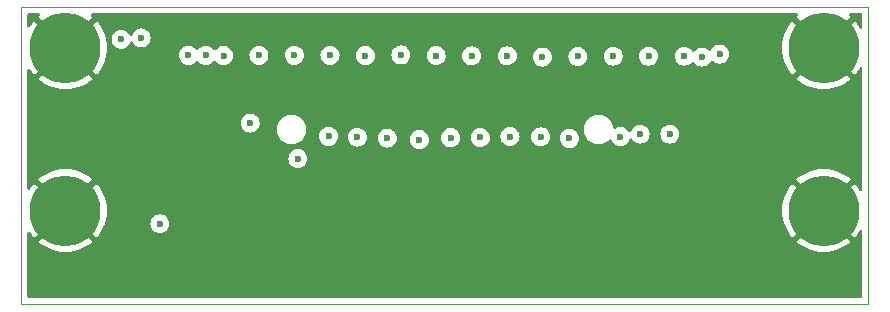
<source format=gbr>
G04 #@! TF.GenerationSoftware,KiCad,Pcbnew,8.0.4*
G04 #@! TF.CreationDate,2024-11-02T15:19:06-05:00*
G04 #@! TF.ProjectId,megaduck,6d656761-6475-4636-9b2e-6b696361645f,v1.0*
G04 #@! TF.SameCoordinates,Original*
G04 #@! TF.FileFunction,Copper,L3,Inr*
G04 #@! TF.FilePolarity,Positive*
%FSLAX46Y46*%
G04 Gerber Fmt 4.6, Leading zero omitted, Abs format (unit mm)*
G04 Created by KiCad (PCBNEW 8.0.4) date 2024-11-02 15:19:06*
%MOMM*%
%LPD*%
G01*
G04 APERTURE LIST*
G04 #@! TA.AperFunction,ComponentPad*
%ADD10C,0.800000*%
G04 #@! TD*
G04 #@! TA.AperFunction,ComponentPad*
%ADD11C,6.000000*%
G04 #@! TD*
G04 #@! TA.AperFunction,ViaPad*
%ADD12C,0.600000*%
G04 #@! TD*
G04 #@! TA.AperFunction,Profile*
%ADD13C,0.050000*%
G04 #@! TD*
G04 APERTURE END LIST*
D10*
G04 #@! TO.N,GND*
G04 #@! TO.C,H5*
X177901600Y-24910000D03*
X178560610Y-23319010D03*
X178560610Y-26500990D03*
X180151600Y-22660000D03*
D11*
X180151600Y-24910000D03*
D10*
X180151600Y-27160000D03*
X181742590Y-23319010D03*
X181742590Y-26500990D03*
X182401600Y-24910000D03*
G04 #@! TD*
G04 #@! TO.N,GND*
G04 #@! TO.C,H1*
X113710000Y-24910000D03*
X114369010Y-23319010D03*
X114369010Y-26500990D03*
X115960000Y-22660000D03*
D11*
X115960000Y-24910000D03*
D10*
X115960000Y-27160000D03*
X117550990Y-23319010D03*
X117550990Y-26500990D03*
X118210000Y-24910000D03*
G04 #@! TD*
G04 #@! TO.N,GND*
G04 #@! TO.C,H2*
X113710000Y-38690000D03*
X114369010Y-37099010D03*
X114369010Y-40280990D03*
X115960000Y-36440000D03*
D11*
X115960000Y-38690000D03*
D10*
X115960000Y-40940000D03*
X117550990Y-37099010D03*
X117550990Y-40280990D03*
X118210000Y-38690000D03*
G04 #@! TD*
G04 #@! TO.N,GND*
G04 #@! TO.C,H6*
X177901600Y-38690000D03*
X178560610Y-37099010D03*
X178560610Y-40280990D03*
X180151600Y-36440000D03*
D11*
X180151600Y-38690000D03*
D10*
X180151600Y-40940000D03*
X181742590Y-37099010D03*
X181742590Y-40280990D03*
X182401600Y-38690000D03*
G04 #@! TD*
D12*
G04 #@! TO.N,/A5*
X156346400Y-25686800D03*
G04 #@! TO.N,/PHI*
X169859200Y-25686800D03*
G04 #@! TO.N,/VCC*
X120670000Y-24180000D03*
G04 #@! TO.N,/~{RD}*
X167141400Y-32214600D03*
G04 #@! TO.N,/A8*
X153603200Y-32417800D03*
G04 #@! TO.N,/A4*
X158632400Y-32570200D03*
G04 #@! TO.N,/A12*
X148574000Y-32519400D03*
G04 #@! TO.N,/VIN+*
X123961400Y-39809200D03*
G04 #@! TO.N,/A7*
X153374600Y-25585200D03*
G04 #@! TO.N,/A2*
X162950400Y-32417800D03*
G04 #@! TO.N,Net-(J3-VIN)*
X126374400Y-25534400D03*
G04 #@! TO.N,/VCC*
X171350400Y-25432800D03*
G04 #@! TO.N,/A11*
X147354800Y-25559800D03*
G04 #@! TO.N,/VIN+*
X131606800Y-31274800D03*
G04 #@! TO.N,/A6*
X156194000Y-32443200D03*
G04 #@! TO.N,/A15*
X141360400Y-25559800D03*
G04 #@! TO.N,GND*
X119389400Y-27185400D03*
X135924800Y-41663400D03*
G04 #@! TO.N,/D0*
X143214600Y-32544800D03*
G04 #@! TO.N,/A9*
X150352000Y-25585200D03*
G04 #@! TO.N,/D1*
X138363200Y-25534400D03*
G04 #@! TO.N,/~{WR}*
X168360600Y-25610600D03*
G04 #@! TO.N,GND*
X176793400Y-44965400D03*
G04 #@! TO.N,/A10*
X151088600Y-32494000D03*
G04 #@! TO.N,/D4*
X138236200Y-32392400D03*
G04 #@! TO.N,/D5*
X132350400Y-25534400D03*
G04 #@! TO.N,GND*
X176069800Y-23121400D03*
G04 #@! TO.N,/~{RES}*
X127847600Y-25534400D03*
G04 #@! TO.N,/D7*
X129346200Y-25559800D03*
G04 #@! TO.N,/D6*
X135645400Y-34297400D03*
G04 #@! TO.N,GND*
X126530000Y-31660000D03*
G04 #@! TO.N,/~{CS}*
X165338000Y-25610600D03*
G04 #@! TO.N,GND*
X119389400Y-44965400D03*
X126526800Y-36380200D03*
G04 #@! TO.N,/A1*
X162340800Y-25610600D03*
G04 #@! TO.N,GND*
X176793400Y-27185400D03*
G04 #@! TO.N,/A3*
X159343600Y-25636000D03*
G04 #@! TO.N,GND*
X161959800Y-41663400D03*
G04 #@! TO.N,/A0*
X164626800Y-32214600D03*
G04 #@! TO.N,/D2*
X140674600Y-32468600D03*
G04 #@! TO.N,/D3*
X135340600Y-25534400D03*
G04 #@! TO.N,GND*
X124843000Y-25534400D03*
G04 #@! TO.N,/~{RES}*
X122380000Y-24070000D03*
G04 #@! TO.N,/A13*
X144357600Y-25509000D03*
G04 #@! TO.N,/A14*
X145932400Y-32671800D03*
G04 #@! TD*
G04 #@! TA.AperFunction,Conductor*
G04 #@! TO.N,GND*
G36*
X177936404Y-21990585D02*
G01*
X177982159Y-22043389D01*
X177992103Y-22112547D01*
X177963078Y-22176103D01*
X177947400Y-22191266D01*
X177858449Y-22263296D01*
X177858449Y-22263297D01*
X179282493Y-23687341D01*
X179174416Y-23765864D01*
X179007464Y-23932816D01*
X178928941Y-24040893D01*
X177504897Y-22616849D01*
X177504896Y-22616849D01*
X177316157Y-22849924D01*
X177116354Y-23157594D01*
X176949804Y-23484464D01*
X176818336Y-23826948D01*
X176723384Y-24181313D01*
X176723384Y-24181315D01*
X176665997Y-24543646D01*
X176646797Y-24909999D01*
X176646797Y-24910000D01*
X176665997Y-25276353D01*
X176723384Y-25638684D01*
X176723384Y-25638686D01*
X176818336Y-25993051D01*
X176949804Y-26335535D01*
X177116354Y-26662406D01*
X177316153Y-26970070D01*
X177504897Y-27203148D01*
X178928940Y-25779105D01*
X179007464Y-25887184D01*
X179174416Y-26054136D01*
X179282493Y-26132658D01*
X177858450Y-27556701D01*
X178091529Y-27745446D01*
X178399193Y-27945245D01*
X178726064Y-28111795D01*
X179068548Y-28243263D01*
X179422914Y-28338215D01*
X179785246Y-28395602D01*
X180151599Y-28414803D01*
X180151601Y-28414803D01*
X180517953Y-28395602D01*
X180880284Y-28338215D01*
X180880286Y-28338215D01*
X181234651Y-28243263D01*
X181577135Y-28111795D01*
X181904006Y-27945245D01*
X182211664Y-27745450D01*
X182444748Y-27556701D01*
X181020706Y-26132659D01*
X181128784Y-26054136D01*
X181295736Y-25887184D01*
X181374259Y-25779106D01*
X182798301Y-27203148D01*
X182987050Y-26970064D01*
X183186847Y-26662404D01*
X183186848Y-26662401D01*
X183211815Y-26613402D01*
X183259789Y-26562605D01*
X183327610Y-26545810D01*
X183393745Y-26568347D01*
X183437197Y-26623062D01*
X183446300Y-26669696D01*
X183446300Y-36930304D01*
X183426615Y-36997343D01*
X183373811Y-37043098D01*
X183304653Y-37053042D01*
X183241097Y-37024017D01*
X183211815Y-36986599D01*
X183186845Y-36937594D01*
X182987046Y-36629929D01*
X182798301Y-36396850D01*
X181374258Y-37820893D01*
X181295736Y-37712816D01*
X181128784Y-37545864D01*
X181020706Y-37467340D01*
X182444749Y-36043297D01*
X182211670Y-35854553D01*
X181904006Y-35654754D01*
X181577135Y-35488204D01*
X181234651Y-35356736D01*
X180880285Y-35261784D01*
X180517953Y-35204397D01*
X180151601Y-35185197D01*
X180151599Y-35185197D01*
X179785246Y-35204397D01*
X179422915Y-35261784D01*
X179422913Y-35261784D01*
X179068548Y-35356736D01*
X178726064Y-35488204D01*
X178399194Y-35654754D01*
X178091524Y-35854557D01*
X177858449Y-36043296D01*
X177858449Y-36043297D01*
X179282493Y-37467341D01*
X179174416Y-37545864D01*
X179007464Y-37712816D01*
X178928941Y-37820893D01*
X177504897Y-36396849D01*
X177504896Y-36396849D01*
X177316157Y-36629924D01*
X177116354Y-36937594D01*
X176949804Y-37264464D01*
X176818336Y-37606948D01*
X176723384Y-37961313D01*
X176723384Y-37961315D01*
X176665997Y-38323646D01*
X176646797Y-38689999D01*
X176646797Y-38690000D01*
X176665997Y-39056353D01*
X176723384Y-39418684D01*
X176723384Y-39418686D01*
X176818336Y-39773051D01*
X176949804Y-40115535D01*
X177116354Y-40442406D01*
X177316153Y-40750070D01*
X177504897Y-40983148D01*
X178928940Y-39559105D01*
X179007464Y-39667184D01*
X179174416Y-39834136D01*
X179282493Y-39912658D01*
X177858450Y-41336701D01*
X178091529Y-41525446D01*
X178399193Y-41725245D01*
X178726064Y-41891795D01*
X179068548Y-42023263D01*
X179422914Y-42118215D01*
X179785246Y-42175602D01*
X180151599Y-42194803D01*
X180151601Y-42194803D01*
X180517953Y-42175602D01*
X180880284Y-42118215D01*
X180880286Y-42118215D01*
X181234651Y-42023263D01*
X181577135Y-41891795D01*
X181904006Y-41725245D01*
X182211664Y-41525450D01*
X182444748Y-41336701D01*
X181020706Y-39912659D01*
X181128784Y-39834136D01*
X181295736Y-39667184D01*
X181374259Y-39559106D01*
X182798301Y-40983148D01*
X182987050Y-40750064D01*
X183186847Y-40442404D01*
X183186848Y-40442401D01*
X183211815Y-40393402D01*
X183259789Y-40342605D01*
X183327610Y-40325810D01*
X183393745Y-40348347D01*
X183437197Y-40403062D01*
X183446300Y-40449696D01*
X183446300Y-45991900D01*
X183426615Y-46058939D01*
X183373811Y-46104694D01*
X183322300Y-46115900D01*
X112867100Y-46115900D01*
X112800061Y-46096215D01*
X112754306Y-46043411D01*
X112743100Y-45991900D01*
X112743100Y-40581299D01*
X112762785Y-40514260D01*
X112815589Y-40468505D01*
X112884747Y-40458561D01*
X112948303Y-40487586D01*
X112971095Y-40513764D01*
X113124553Y-40750070D01*
X113313297Y-40983148D01*
X114737340Y-39559105D01*
X114815864Y-39667184D01*
X114982816Y-39834136D01*
X115090893Y-39912658D01*
X113666850Y-41336701D01*
X113899929Y-41525446D01*
X114207593Y-41725245D01*
X114534464Y-41891795D01*
X114876948Y-42023263D01*
X115231314Y-42118215D01*
X115593646Y-42175602D01*
X115959999Y-42194803D01*
X115960001Y-42194803D01*
X116326353Y-42175602D01*
X116688684Y-42118215D01*
X116688686Y-42118215D01*
X117043051Y-42023263D01*
X117385535Y-41891795D01*
X117712406Y-41725245D01*
X118020064Y-41525450D01*
X118253148Y-41336701D01*
X116829106Y-39912659D01*
X116937184Y-39834136D01*
X117104136Y-39667184D01*
X117182659Y-39559106D01*
X118606701Y-40983148D01*
X118795450Y-40750064D01*
X118995245Y-40442406D01*
X119161795Y-40115535D01*
X119279388Y-39809196D01*
X123155835Y-39809196D01*
X123155835Y-39809203D01*
X123176030Y-39988449D01*
X123176031Y-39988454D01*
X123235611Y-40158723D01*
X123255264Y-40190000D01*
X123331584Y-40311462D01*
X123459138Y-40439016D01*
X123536437Y-40487586D01*
X123578098Y-40513764D01*
X123611878Y-40534989D01*
X123782145Y-40594568D01*
X123782150Y-40594569D01*
X123961396Y-40614765D01*
X123961400Y-40614765D01*
X123961404Y-40614765D01*
X124140649Y-40594569D01*
X124140652Y-40594568D01*
X124140655Y-40594568D01*
X124310922Y-40534989D01*
X124463662Y-40439016D01*
X124591216Y-40311462D01*
X124687189Y-40158722D01*
X124746768Y-39988455D01*
X124748519Y-39972915D01*
X124766965Y-39809203D01*
X124766965Y-39809196D01*
X124746769Y-39629950D01*
X124746768Y-39629945D01*
X124687188Y-39459676D01*
X124591215Y-39306937D01*
X124463662Y-39179384D01*
X124310923Y-39083411D01*
X124140654Y-39023831D01*
X124140649Y-39023830D01*
X123961404Y-39003635D01*
X123961396Y-39003635D01*
X123782150Y-39023830D01*
X123782145Y-39023831D01*
X123611876Y-39083411D01*
X123459137Y-39179384D01*
X123331584Y-39306937D01*
X123235611Y-39459676D01*
X123176031Y-39629945D01*
X123176030Y-39629950D01*
X123155835Y-39809196D01*
X119279388Y-39809196D01*
X119293263Y-39773051D01*
X119388215Y-39418686D01*
X119388215Y-39418684D01*
X119445602Y-39056353D01*
X119464803Y-38690000D01*
X119464803Y-38689999D01*
X119445602Y-38323646D01*
X119388215Y-37961315D01*
X119388215Y-37961313D01*
X119293263Y-37606948D01*
X119161795Y-37264464D01*
X118995245Y-36937594D01*
X118795446Y-36629929D01*
X118606701Y-36396850D01*
X117182658Y-37820893D01*
X117104136Y-37712816D01*
X116937184Y-37545864D01*
X116829106Y-37467340D01*
X118253149Y-36043297D01*
X118020070Y-35854553D01*
X117712406Y-35654754D01*
X117385535Y-35488204D01*
X117043051Y-35356736D01*
X116688685Y-35261784D01*
X116326353Y-35204397D01*
X115960001Y-35185197D01*
X115959999Y-35185197D01*
X115593646Y-35204397D01*
X115231315Y-35261784D01*
X115231313Y-35261784D01*
X114876948Y-35356736D01*
X114534464Y-35488204D01*
X114207594Y-35654754D01*
X113899924Y-35854557D01*
X113666849Y-36043296D01*
X113666849Y-36043297D01*
X115090893Y-37467341D01*
X114982816Y-37545864D01*
X114815864Y-37712816D01*
X114737341Y-37820893D01*
X113313297Y-36396849D01*
X113313296Y-36396849D01*
X113124557Y-36629924D01*
X112971095Y-36866235D01*
X112918074Y-36911738D01*
X112848869Y-36921352D01*
X112785452Y-36892025D01*
X112747958Y-36833068D01*
X112743100Y-36798700D01*
X112743100Y-34297396D01*
X134839835Y-34297396D01*
X134839835Y-34297403D01*
X134860030Y-34476649D01*
X134860031Y-34476654D01*
X134919611Y-34646923D01*
X135015584Y-34799662D01*
X135143138Y-34927216D01*
X135295878Y-35023189D01*
X135466145Y-35082768D01*
X135466150Y-35082769D01*
X135645396Y-35102965D01*
X135645400Y-35102965D01*
X135645404Y-35102965D01*
X135824649Y-35082769D01*
X135824652Y-35082768D01*
X135824655Y-35082768D01*
X135994922Y-35023189D01*
X136147662Y-34927216D01*
X136275216Y-34799662D01*
X136371189Y-34646922D01*
X136430768Y-34476655D01*
X136450965Y-34297400D01*
X136430768Y-34118145D01*
X136371189Y-33947878D01*
X136275216Y-33795138D01*
X136147662Y-33667584D01*
X135994923Y-33571611D01*
X135824654Y-33512031D01*
X135824649Y-33512030D01*
X135645404Y-33491835D01*
X135645396Y-33491835D01*
X135466150Y-33512030D01*
X135466145Y-33512031D01*
X135295876Y-33571611D01*
X135143137Y-33667584D01*
X135015584Y-33795137D01*
X134919611Y-33947876D01*
X134860031Y-34118145D01*
X134860030Y-34118150D01*
X134839835Y-34297396D01*
X112743100Y-34297396D01*
X112743100Y-31274796D01*
X130801235Y-31274796D01*
X130801235Y-31274803D01*
X130821430Y-31454049D01*
X130821431Y-31454054D01*
X130881011Y-31624323D01*
X130936315Y-31712338D01*
X130976984Y-31777062D01*
X131104538Y-31904616D01*
X131162344Y-31940938D01*
X131243191Y-31991738D01*
X131257278Y-32000589D01*
X131378133Y-32042878D01*
X131427545Y-32060168D01*
X131427550Y-32060169D01*
X131606796Y-32080365D01*
X131606800Y-32080365D01*
X131606804Y-32080365D01*
X131786049Y-32060169D01*
X131786052Y-32060168D01*
X131786055Y-32060168D01*
X131956322Y-32000589D01*
X132109062Y-31904616D01*
X132236616Y-31777062D01*
X132281533Y-31705577D01*
X133849900Y-31705577D01*
X133849900Y-31902422D01*
X133880690Y-32096826D01*
X133941517Y-32284029D01*
X134009675Y-32417796D01*
X134030876Y-32459405D01*
X134146572Y-32618646D01*
X134285754Y-32757828D01*
X134444995Y-32873524D01*
X134485814Y-32894322D01*
X134620370Y-32962882D01*
X134620372Y-32962882D01*
X134620375Y-32962884D01*
X134644929Y-32970862D01*
X134807573Y-33023709D01*
X135001978Y-33054500D01*
X135001983Y-33054500D01*
X135198822Y-33054500D01*
X135393226Y-33023709D01*
X135404133Y-33020165D01*
X135580425Y-32962884D01*
X135755805Y-32873524D01*
X135915046Y-32757828D01*
X136054228Y-32618646D01*
X136169924Y-32459405D01*
X136204067Y-32392396D01*
X137430635Y-32392396D01*
X137430635Y-32392403D01*
X137450830Y-32571649D01*
X137450831Y-32571654D01*
X137510411Y-32741923D01*
X137574812Y-32844416D01*
X137606384Y-32894662D01*
X137733938Y-33022216D01*
X137886678Y-33118189D01*
X137975348Y-33149216D01*
X138056945Y-33177768D01*
X138056950Y-33177769D01*
X138236196Y-33197965D01*
X138236200Y-33197965D01*
X138236204Y-33197965D01*
X138415449Y-33177769D01*
X138415452Y-33177768D01*
X138415455Y-33177768D01*
X138585722Y-33118189D01*
X138738462Y-33022216D01*
X138866016Y-32894662D01*
X138961989Y-32741922D01*
X139021568Y-32571655D01*
X139021732Y-32570200D01*
X139033180Y-32468596D01*
X139869035Y-32468596D01*
X139869035Y-32468603D01*
X139889230Y-32647849D01*
X139889231Y-32647854D01*
X139948811Y-32818123D01*
X140028824Y-32945462D01*
X140044784Y-32970862D01*
X140172338Y-33098416D01*
X140212762Y-33123816D01*
X140284652Y-33168988D01*
X140325078Y-33194389D01*
X140407887Y-33223365D01*
X140495345Y-33253968D01*
X140495350Y-33253969D01*
X140674596Y-33274165D01*
X140674600Y-33274165D01*
X140674604Y-33274165D01*
X140853849Y-33253969D01*
X140853852Y-33253968D01*
X140853855Y-33253968D01*
X141024122Y-33194389D01*
X141176862Y-33098416D01*
X141304416Y-32970862D01*
X141400389Y-32818122D01*
X141459968Y-32647855D01*
X141461188Y-32637026D01*
X141471580Y-32544796D01*
X142409035Y-32544796D01*
X142409035Y-32544803D01*
X142429230Y-32724049D01*
X142429231Y-32724054D01*
X142488811Y-32894323D01*
X142569172Y-33022216D01*
X142584784Y-33047062D01*
X142712338Y-33174616D01*
X142752762Y-33200016D01*
X142824652Y-33245188D01*
X142865078Y-33270589D01*
X142953748Y-33301616D01*
X143035345Y-33330168D01*
X143035350Y-33330169D01*
X143214596Y-33350365D01*
X143214600Y-33350365D01*
X143214604Y-33350365D01*
X143393849Y-33330169D01*
X143393852Y-33330168D01*
X143393855Y-33330168D01*
X143564122Y-33270589D01*
X143716862Y-33174616D01*
X143844416Y-33047062D01*
X143940389Y-32894322D01*
X143999968Y-32724055D01*
X143999969Y-32724049D01*
X144005856Y-32671796D01*
X145126835Y-32671796D01*
X145126835Y-32671803D01*
X145147030Y-32851049D01*
X145147031Y-32851054D01*
X145206611Y-33021323D01*
X145286972Y-33149216D01*
X145302584Y-33174062D01*
X145430138Y-33301616D01*
X145582878Y-33397589D01*
X145753145Y-33457168D01*
X145753150Y-33457169D01*
X145932396Y-33477365D01*
X145932400Y-33477365D01*
X145932404Y-33477365D01*
X146111649Y-33457169D01*
X146111652Y-33457168D01*
X146111655Y-33457168D01*
X146281922Y-33397589D01*
X146434662Y-33301616D01*
X146562216Y-33174062D01*
X146658189Y-33021322D01*
X146717768Y-32851055D01*
X146721479Y-32818122D01*
X146737965Y-32671803D01*
X146737965Y-32671796D01*
X146720794Y-32519396D01*
X147768435Y-32519396D01*
X147768435Y-32519403D01*
X147788630Y-32698649D01*
X147788631Y-32698654D01*
X147848211Y-32868923D01*
X147896304Y-32945462D01*
X147944184Y-33021662D01*
X148071738Y-33149216D01*
X148112162Y-33174616D01*
X148184052Y-33219788D01*
X148224478Y-33245189D01*
X148307287Y-33274165D01*
X148394745Y-33304768D01*
X148394750Y-33304769D01*
X148573996Y-33324965D01*
X148574000Y-33324965D01*
X148574004Y-33324965D01*
X148753249Y-33304769D01*
X148753252Y-33304768D01*
X148753255Y-33304768D01*
X148923522Y-33245189D01*
X149076262Y-33149216D01*
X149203816Y-33021662D01*
X149299789Y-32868922D01*
X149359368Y-32698655D01*
X149362231Y-32673249D01*
X149379565Y-32519403D01*
X149379565Y-32519396D01*
X149376703Y-32493996D01*
X150283035Y-32493996D01*
X150283035Y-32494003D01*
X150303230Y-32673249D01*
X150303231Y-32673254D01*
X150362811Y-32843523D01*
X150426864Y-32945462D01*
X150458784Y-32996262D01*
X150586338Y-33123816D01*
X150626762Y-33149216D01*
X150698652Y-33194388D01*
X150739078Y-33219789D01*
X150821887Y-33248765D01*
X150909345Y-33279368D01*
X150909350Y-33279369D01*
X151088596Y-33299565D01*
X151088600Y-33299565D01*
X151088604Y-33299565D01*
X151267849Y-33279369D01*
X151267852Y-33279368D01*
X151267855Y-33279368D01*
X151438122Y-33219789D01*
X151590862Y-33123816D01*
X151718416Y-32996262D01*
X151814389Y-32843522D01*
X151873968Y-32673255D01*
X151874132Y-32671800D01*
X151894165Y-32494003D01*
X151894165Y-32493996D01*
X151885579Y-32417796D01*
X152797635Y-32417796D01*
X152797635Y-32417803D01*
X152817830Y-32597049D01*
X152817831Y-32597054D01*
X152877411Y-32767323D01*
X152944142Y-32873524D01*
X152973384Y-32920062D01*
X153100938Y-33047616D01*
X153141362Y-33073016D01*
X153213252Y-33118188D01*
X153253678Y-33143589D01*
X153342348Y-33174616D01*
X153423945Y-33203168D01*
X153423950Y-33203169D01*
X153603196Y-33223365D01*
X153603200Y-33223365D01*
X153603204Y-33223365D01*
X153782449Y-33203169D01*
X153782452Y-33203168D01*
X153782455Y-33203168D01*
X153952722Y-33143589D01*
X154105462Y-33047616D01*
X154233016Y-32920062D01*
X154328989Y-32767322D01*
X154388568Y-32597055D01*
X154391431Y-32571649D01*
X154405904Y-32443196D01*
X155388435Y-32443196D01*
X155388435Y-32443203D01*
X155408630Y-32622449D01*
X155408631Y-32622454D01*
X155468211Y-32792723D01*
X155532051Y-32894323D01*
X155564184Y-32945462D01*
X155691738Y-33073016D01*
X155732162Y-33098416D01*
X155804052Y-33143588D01*
X155844478Y-33168989D01*
X155933148Y-33200016D01*
X156014745Y-33228568D01*
X156014750Y-33228569D01*
X156193996Y-33248765D01*
X156194000Y-33248765D01*
X156194004Y-33248765D01*
X156373249Y-33228569D01*
X156373252Y-33228568D01*
X156373255Y-33228568D01*
X156543522Y-33168989D01*
X156696262Y-33073016D01*
X156823816Y-32945462D01*
X156919789Y-32792722D01*
X156979368Y-32622455D01*
X156985092Y-32571654D01*
X156985256Y-32570196D01*
X157826835Y-32570196D01*
X157826835Y-32570203D01*
X157847030Y-32749449D01*
X157847031Y-32749454D01*
X157906611Y-32919723D01*
X157986972Y-33047616D01*
X158002584Y-33072462D01*
X158130138Y-33200016D01*
X158161605Y-33219788D01*
X158242452Y-33270588D01*
X158282878Y-33295989D01*
X158365687Y-33324965D01*
X158453145Y-33355568D01*
X158453150Y-33355569D01*
X158632396Y-33375765D01*
X158632400Y-33375765D01*
X158632404Y-33375765D01*
X158811649Y-33355569D01*
X158811652Y-33355568D01*
X158811655Y-33355568D01*
X158981922Y-33295989D01*
X159134662Y-33200016D01*
X159262216Y-33072462D01*
X159358189Y-32919722D01*
X159417768Y-32749455D01*
X159420631Y-32724049D01*
X159437965Y-32570203D01*
X159437965Y-32570196D01*
X159417769Y-32390950D01*
X159417768Y-32390945D01*
X159382218Y-32289350D01*
X159358189Y-32220678D01*
X159354367Y-32214596D01*
X159294348Y-32119076D01*
X159262216Y-32067938D01*
X159134662Y-31940384D01*
X159095120Y-31915538D01*
X158981923Y-31844411D01*
X158811654Y-31784831D01*
X158811649Y-31784830D01*
X158632404Y-31764635D01*
X158632396Y-31764635D01*
X158453150Y-31784830D01*
X158453145Y-31784831D01*
X158282876Y-31844411D01*
X158130137Y-31940384D01*
X158002584Y-32067937D01*
X157906611Y-32220676D01*
X157847031Y-32390945D01*
X157847030Y-32390950D01*
X157826835Y-32570196D01*
X156985256Y-32570196D01*
X156999565Y-32443203D01*
X156999565Y-32443196D01*
X156979369Y-32263950D01*
X156979368Y-32263945D01*
X156964228Y-32220678D01*
X156919789Y-32093678D01*
X156903615Y-32067938D01*
X156861297Y-32000589D01*
X156823816Y-31940938D01*
X156696262Y-31813384D01*
X156543523Y-31717411D01*
X156509704Y-31705577D01*
X159849900Y-31705577D01*
X159849900Y-31902422D01*
X159880690Y-32096826D01*
X159941517Y-32284029D01*
X160009675Y-32417796D01*
X160030876Y-32459405D01*
X160146572Y-32618646D01*
X160285754Y-32757828D01*
X160444995Y-32873524D01*
X160485814Y-32894322D01*
X160620370Y-32962882D01*
X160620372Y-32962882D01*
X160620375Y-32962884D01*
X160644929Y-32970862D01*
X160807573Y-33023709D01*
X161001978Y-33054500D01*
X161001983Y-33054500D01*
X161198822Y-33054500D01*
X161393226Y-33023709D01*
X161404133Y-33020165D01*
X161580425Y-32962884D01*
X161755805Y-32873524D01*
X161915046Y-32757828D01*
X162002365Y-32670508D01*
X162063684Y-32637026D01*
X162133376Y-32642010D01*
X162189310Y-32683881D01*
X162207084Y-32717236D01*
X162224609Y-32767320D01*
X162291342Y-32873524D01*
X162320584Y-32920062D01*
X162448138Y-33047616D01*
X162488562Y-33073016D01*
X162560452Y-33118188D01*
X162600878Y-33143589D01*
X162689548Y-33174616D01*
X162771145Y-33203168D01*
X162771150Y-33203169D01*
X162950396Y-33223365D01*
X162950400Y-33223365D01*
X162950404Y-33223365D01*
X163129649Y-33203169D01*
X163129652Y-33203168D01*
X163129655Y-33203168D01*
X163299922Y-33143589D01*
X163452662Y-33047616D01*
X163580216Y-32920062D01*
X163676189Y-32767322D01*
X163717233Y-32650024D01*
X163757953Y-32593250D01*
X163822906Y-32567502D01*
X163891468Y-32580958D01*
X163939268Y-32625008D01*
X163969580Y-32673249D01*
X163996984Y-32716862D01*
X164124538Y-32844416D01*
X164204504Y-32894662D01*
X164244386Y-32919722D01*
X164277278Y-32940389D01*
X164364365Y-32970862D01*
X164447545Y-32999968D01*
X164447550Y-32999969D01*
X164626796Y-33020165D01*
X164626800Y-33020165D01*
X164626804Y-33020165D01*
X164806049Y-32999969D01*
X164806052Y-32999968D01*
X164806055Y-32999968D01*
X164976322Y-32940389D01*
X165129062Y-32844416D01*
X165256616Y-32716862D01*
X165352589Y-32564122D01*
X165412168Y-32393855D01*
X165412332Y-32392400D01*
X165432365Y-32214603D01*
X165432365Y-32214596D01*
X166335835Y-32214596D01*
X166335835Y-32214603D01*
X166356030Y-32393849D01*
X166356031Y-32393854D01*
X166415611Y-32564123D01*
X166484180Y-32673249D01*
X166511584Y-32716862D01*
X166639138Y-32844416D01*
X166719104Y-32894662D01*
X166758986Y-32919722D01*
X166791878Y-32940389D01*
X166878965Y-32970862D01*
X166962145Y-32999968D01*
X166962150Y-32999969D01*
X167141396Y-33020165D01*
X167141400Y-33020165D01*
X167141404Y-33020165D01*
X167320649Y-32999969D01*
X167320652Y-32999968D01*
X167320655Y-32999968D01*
X167490922Y-32940389D01*
X167643662Y-32844416D01*
X167771216Y-32716862D01*
X167867189Y-32564122D01*
X167926768Y-32393855D01*
X167926932Y-32392400D01*
X167946965Y-32214603D01*
X167946965Y-32214596D01*
X167926769Y-32035350D01*
X167926768Y-32035345D01*
X167895509Y-31946011D01*
X167867189Y-31865078D01*
X167866627Y-31864184D01*
X167800807Y-31759432D01*
X167771216Y-31712338D01*
X167643662Y-31584784D01*
X167490923Y-31488811D01*
X167320654Y-31429231D01*
X167320649Y-31429230D01*
X167141404Y-31409035D01*
X167141396Y-31409035D01*
X166962150Y-31429230D01*
X166962145Y-31429231D01*
X166791876Y-31488811D01*
X166639137Y-31584784D01*
X166511584Y-31712337D01*
X166415611Y-31865076D01*
X166356031Y-32035345D01*
X166356030Y-32035350D01*
X166335835Y-32214596D01*
X165432365Y-32214596D01*
X165412169Y-32035350D01*
X165412168Y-32035345D01*
X165380909Y-31946011D01*
X165352589Y-31865078D01*
X165352027Y-31864184D01*
X165286207Y-31759432D01*
X165256616Y-31712338D01*
X165129062Y-31584784D01*
X164976323Y-31488811D01*
X164806054Y-31429231D01*
X164806049Y-31429230D01*
X164626804Y-31409035D01*
X164626796Y-31409035D01*
X164447550Y-31429230D01*
X164447545Y-31429231D01*
X164277276Y-31488811D01*
X164124537Y-31584784D01*
X163996984Y-31712337D01*
X163901009Y-31865080D01*
X163859966Y-31982374D01*
X163819245Y-32039150D01*
X163754292Y-32064897D01*
X163685730Y-32051441D01*
X163637931Y-32007391D01*
X163633657Y-32000589D01*
X163580216Y-31915538D01*
X163452662Y-31787984D01*
X163435280Y-31777062D01*
X163299923Y-31692011D01*
X163129654Y-31632431D01*
X163129649Y-31632430D01*
X162950404Y-31612235D01*
X162950396Y-31612235D01*
X162771150Y-31632430D01*
X162771145Y-31632431D01*
X162600876Y-31692011D01*
X162530630Y-31736150D01*
X162463393Y-31755150D01*
X162396558Y-31734782D01*
X162351344Y-31681514D01*
X162342185Y-31650554D01*
X162320109Y-31511173D01*
X162259282Y-31323970D01*
X162169923Y-31148594D01*
X162131384Y-31095550D01*
X162054228Y-30989354D01*
X161915046Y-30850172D01*
X161755805Y-30734476D01*
X161580429Y-30645117D01*
X161393226Y-30584290D01*
X161198822Y-30553500D01*
X161198817Y-30553500D01*
X161001983Y-30553500D01*
X161001978Y-30553500D01*
X160807573Y-30584290D01*
X160620370Y-30645117D01*
X160444994Y-30734476D01*
X160392607Y-30772538D01*
X160285754Y-30850172D01*
X160285752Y-30850174D01*
X160285751Y-30850174D01*
X160146574Y-30989351D01*
X160146574Y-30989352D01*
X160146572Y-30989354D01*
X160096885Y-31057741D01*
X160030876Y-31148594D01*
X159941517Y-31323970D01*
X159880690Y-31511173D01*
X159849900Y-31705577D01*
X156509704Y-31705577D01*
X156373254Y-31657831D01*
X156373249Y-31657830D01*
X156194004Y-31637635D01*
X156193996Y-31637635D01*
X156014750Y-31657830D01*
X156014745Y-31657831D01*
X155844476Y-31717411D01*
X155691737Y-31813384D01*
X155564184Y-31940937D01*
X155468211Y-32093676D01*
X155408631Y-32263945D01*
X155408630Y-32263950D01*
X155388435Y-32443196D01*
X154405904Y-32443196D01*
X154408765Y-32417803D01*
X154408765Y-32417796D01*
X154388569Y-32238550D01*
X154388568Y-32238545D01*
X154373428Y-32195278D01*
X154328989Y-32068278D01*
X154328775Y-32067938D01*
X154286457Y-32000589D01*
X154233016Y-31915538D01*
X154105462Y-31787984D01*
X154088080Y-31777062D01*
X153952723Y-31692011D01*
X153782454Y-31632431D01*
X153782449Y-31632430D01*
X153603204Y-31612235D01*
X153603196Y-31612235D01*
X153423950Y-31632430D01*
X153423945Y-31632431D01*
X153253676Y-31692011D01*
X153100937Y-31787984D01*
X152973384Y-31915537D01*
X152877411Y-32068276D01*
X152817831Y-32238545D01*
X152817830Y-32238550D01*
X152797635Y-32417796D01*
X151885579Y-32417796D01*
X151873969Y-32314750D01*
X151873968Y-32314745D01*
X151847304Y-32238545D01*
X151814389Y-32144478D01*
X151718416Y-31991738D01*
X151590862Y-31864184D01*
X151438123Y-31768211D01*
X151267854Y-31708631D01*
X151267849Y-31708630D01*
X151088604Y-31688435D01*
X151088596Y-31688435D01*
X150909350Y-31708630D01*
X150909345Y-31708631D01*
X150739076Y-31768211D01*
X150586337Y-31864184D01*
X150458784Y-31991737D01*
X150362811Y-32144476D01*
X150303231Y-32314745D01*
X150303230Y-32314750D01*
X150283035Y-32493996D01*
X149376703Y-32493996D01*
X149359369Y-32340150D01*
X149359368Y-32340145D01*
X149323818Y-32238550D01*
X149299789Y-32169878D01*
X149299575Y-32169538D01*
X149230854Y-32060169D01*
X149203816Y-32017138D01*
X149076262Y-31889584D01*
X149069320Y-31885222D01*
X148923523Y-31793611D01*
X148753254Y-31734031D01*
X148753249Y-31734030D01*
X148574004Y-31713835D01*
X148573996Y-31713835D01*
X148394750Y-31734030D01*
X148394745Y-31734031D01*
X148224476Y-31793611D01*
X148071737Y-31889584D01*
X147944184Y-32017137D01*
X147848211Y-32169876D01*
X147788631Y-32340145D01*
X147788630Y-32340150D01*
X147768435Y-32519396D01*
X146720794Y-32519396D01*
X146717769Y-32492550D01*
X146717768Y-32492545D01*
X146691615Y-32417803D01*
X146658189Y-32322278D01*
X146562216Y-32169538D01*
X146434662Y-32041984D01*
X146395120Y-32017138D01*
X146281923Y-31946011D01*
X146111654Y-31886431D01*
X146111649Y-31886430D01*
X145932404Y-31866235D01*
X145932396Y-31866235D01*
X145753150Y-31886430D01*
X145753145Y-31886431D01*
X145582876Y-31946011D01*
X145430137Y-32041984D01*
X145302584Y-32169537D01*
X145206611Y-32322276D01*
X145147031Y-32492545D01*
X145147030Y-32492550D01*
X145126835Y-32671796D01*
X144005856Y-32671796D01*
X144020165Y-32544803D01*
X144020165Y-32544796D01*
X143999969Y-32365550D01*
X143999968Y-32365545D01*
X143984828Y-32322278D01*
X143940389Y-32195278D01*
X143924215Y-32169538D01*
X143868184Y-32080365D01*
X143844416Y-32042538D01*
X143716862Y-31914984D01*
X143564123Y-31819011D01*
X143393854Y-31759431D01*
X143393849Y-31759430D01*
X143214604Y-31739235D01*
X143214596Y-31739235D01*
X143035350Y-31759430D01*
X143035345Y-31759431D01*
X142865076Y-31819011D01*
X142712337Y-31914984D01*
X142584784Y-32042537D01*
X142488811Y-32195276D01*
X142429231Y-32365545D01*
X142429230Y-32365550D01*
X142409035Y-32544796D01*
X141471580Y-32544796D01*
X141480165Y-32468603D01*
X141480165Y-32468596D01*
X141459969Y-32289350D01*
X141459968Y-32289345D01*
X141433815Y-32214603D01*
X141400389Y-32119078D01*
X141304416Y-31966338D01*
X141176862Y-31838784D01*
X141024123Y-31742811D01*
X140853854Y-31683231D01*
X140853849Y-31683230D01*
X140674604Y-31663035D01*
X140674596Y-31663035D01*
X140495350Y-31683230D01*
X140495345Y-31683231D01*
X140325076Y-31742811D01*
X140172337Y-31838784D01*
X140044784Y-31966337D01*
X139948811Y-32119076D01*
X139889231Y-32289345D01*
X139889230Y-32289350D01*
X139869035Y-32468596D01*
X139033180Y-32468596D01*
X139041765Y-32392403D01*
X139041765Y-32392396D01*
X139021569Y-32213150D01*
X139021568Y-32213145D01*
X139006428Y-32169878D01*
X138961989Y-32042878D01*
X138961775Y-32042538D01*
X138875113Y-31904616D01*
X138866016Y-31890138D01*
X138738462Y-31762584D01*
X138726631Y-31755150D01*
X138585723Y-31666611D01*
X138415454Y-31607031D01*
X138415449Y-31607030D01*
X138236204Y-31586835D01*
X138236196Y-31586835D01*
X138056950Y-31607030D01*
X138056945Y-31607031D01*
X137886676Y-31666611D01*
X137733937Y-31762584D01*
X137606384Y-31890137D01*
X137510411Y-32042876D01*
X137450831Y-32213145D01*
X137450830Y-32213150D01*
X137430635Y-32392396D01*
X136204067Y-32392396D01*
X136259284Y-32284025D01*
X136320109Y-32096826D01*
X136327297Y-32051441D01*
X136350900Y-31902422D01*
X136350900Y-31705577D01*
X136320109Y-31511173D01*
X136259282Y-31323970D01*
X136169923Y-31148594D01*
X136131384Y-31095550D01*
X136054228Y-30989354D01*
X135915046Y-30850172D01*
X135755805Y-30734476D01*
X135580429Y-30645117D01*
X135393226Y-30584290D01*
X135198822Y-30553500D01*
X135198817Y-30553500D01*
X135001983Y-30553500D01*
X135001978Y-30553500D01*
X134807573Y-30584290D01*
X134620370Y-30645117D01*
X134444994Y-30734476D01*
X134392607Y-30772538D01*
X134285754Y-30850172D01*
X134285752Y-30850174D01*
X134285751Y-30850174D01*
X134146574Y-30989351D01*
X134146574Y-30989352D01*
X134146572Y-30989354D01*
X134096885Y-31057741D01*
X134030876Y-31148594D01*
X133941517Y-31323970D01*
X133880690Y-31511173D01*
X133849900Y-31705577D01*
X132281533Y-31705577D01*
X132332589Y-31624322D01*
X132392168Y-31454055D01*
X132394965Y-31429230D01*
X132412365Y-31274803D01*
X132412365Y-31274796D01*
X132392169Y-31095550D01*
X132392168Y-31095545D01*
X132332588Y-30925276D01*
X132236615Y-30772537D01*
X132109062Y-30644984D01*
X131956323Y-30549011D01*
X131786054Y-30489431D01*
X131786049Y-30489430D01*
X131606804Y-30469235D01*
X131606796Y-30469235D01*
X131427550Y-30489430D01*
X131427545Y-30489431D01*
X131257276Y-30549011D01*
X131104537Y-30644984D01*
X130976984Y-30772537D01*
X130881011Y-30925276D01*
X130821431Y-31095545D01*
X130821430Y-31095550D01*
X130801235Y-31274796D01*
X112743100Y-31274796D01*
X112743100Y-26801299D01*
X112762785Y-26734260D01*
X112815589Y-26688505D01*
X112884747Y-26678561D01*
X112948303Y-26707586D01*
X112971095Y-26733764D01*
X113124553Y-26970070D01*
X113313297Y-27203148D01*
X114737340Y-25779105D01*
X114815864Y-25887184D01*
X114982816Y-26054136D01*
X115090893Y-26132658D01*
X113666850Y-27556701D01*
X113899929Y-27745446D01*
X114207593Y-27945245D01*
X114534464Y-28111795D01*
X114876948Y-28243263D01*
X115231314Y-28338215D01*
X115593646Y-28395602D01*
X115959999Y-28414803D01*
X115960001Y-28414803D01*
X116326353Y-28395602D01*
X116688684Y-28338215D01*
X116688686Y-28338215D01*
X117043051Y-28243263D01*
X117385535Y-28111795D01*
X117712406Y-27945245D01*
X118020064Y-27745450D01*
X118253148Y-27556701D01*
X116829106Y-26132659D01*
X116937184Y-26054136D01*
X117104136Y-25887184D01*
X117182659Y-25779106D01*
X118606701Y-27203148D01*
X118795450Y-26970064D01*
X118995245Y-26662406D01*
X119161795Y-26335535D01*
X119293263Y-25993051D01*
X119388215Y-25638686D01*
X119388215Y-25638684D01*
X119404732Y-25534396D01*
X125568835Y-25534396D01*
X125568835Y-25534403D01*
X125589030Y-25713649D01*
X125589031Y-25713654D01*
X125648611Y-25883923D01*
X125724843Y-26005245D01*
X125744584Y-26036662D01*
X125872138Y-26164216D01*
X125912562Y-26189616D01*
X125984452Y-26234788D01*
X126024878Y-26260189D01*
X126122556Y-26294368D01*
X126195145Y-26319768D01*
X126195150Y-26319769D01*
X126374396Y-26339965D01*
X126374400Y-26339965D01*
X126374404Y-26339965D01*
X126553649Y-26319769D01*
X126553652Y-26319768D01*
X126553655Y-26319768D01*
X126723922Y-26260189D01*
X126876662Y-26164216D01*
X127004216Y-26036662D01*
X127006004Y-26033815D01*
X127007638Y-26032369D01*
X127008559Y-26031216D01*
X127008761Y-26031377D01*
X127058336Y-25987523D01*
X127127389Y-25976872D01*
X127191239Y-26005245D01*
X127215995Y-26033814D01*
X127217784Y-26036662D01*
X127345338Y-26164216D01*
X127385762Y-26189616D01*
X127457652Y-26234788D01*
X127498078Y-26260189D01*
X127595756Y-26294368D01*
X127668345Y-26319768D01*
X127668350Y-26319769D01*
X127847596Y-26339965D01*
X127847600Y-26339965D01*
X127847604Y-26339965D01*
X128026849Y-26319769D01*
X128026852Y-26319768D01*
X128026855Y-26319768D01*
X128197122Y-26260189D01*
X128349862Y-26164216D01*
X128477416Y-26036662D01*
X128483926Y-26026300D01*
X128536261Y-25980010D01*
X128605314Y-25969362D01*
X128669163Y-25997737D01*
X128693913Y-26026300D01*
X128716384Y-26062062D01*
X128843938Y-26189616D01*
X128884362Y-26215016D01*
X128956252Y-26260188D01*
X128996678Y-26285589D01*
X129141853Y-26336388D01*
X129166945Y-26345168D01*
X129166950Y-26345169D01*
X129346196Y-26365365D01*
X129346200Y-26365365D01*
X129346204Y-26365365D01*
X129525449Y-26345169D01*
X129525452Y-26345168D01*
X129525455Y-26345168D01*
X129695722Y-26285589D01*
X129848462Y-26189616D01*
X129976016Y-26062062D01*
X130071989Y-25909322D01*
X130131568Y-25739055D01*
X130137292Y-25688254D01*
X130151765Y-25559803D01*
X130151765Y-25559796D01*
X130148903Y-25534396D01*
X131544835Y-25534396D01*
X131544835Y-25534403D01*
X131565030Y-25713649D01*
X131565031Y-25713654D01*
X131624611Y-25883923D01*
X131700843Y-26005245D01*
X131720584Y-26036662D01*
X131848138Y-26164216D01*
X131888562Y-26189616D01*
X131960452Y-26234788D01*
X132000878Y-26260189D01*
X132098556Y-26294368D01*
X132171145Y-26319768D01*
X132171150Y-26319769D01*
X132350396Y-26339965D01*
X132350400Y-26339965D01*
X132350404Y-26339965D01*
X132529649Y-26319769D01*
X132529652Y-26319768D01*
X132529655Y-26319768D01*
X132699922Y-26260189D01*
X132852662Y-26164216D01*
X132980216Y-26036662D01*
X133076189Y-25883922D01*
X133135768Y-25713655D01*
X133138631Y-25688249D01*
X133155965Y-25534403D01*
X133155965Y-25534396D01*
X134535035Y-25534396D01*
X134535035Y-25534403D01*
X134555230Y-25713649D01*
X134555231Y-25713654D01*
X134614811Y-25883923D01*
X134691043Y-26005245D01*
X134710784Y-26036662D01*
X134838338Y-26164216D01*
X134878762Y-26189616D01*
X134950652Y-26234788D01*
X134991078Y-26260189D01*
X135088756Y-26294368D01*
X135161345Y-26319768D01*
X135161350Y-26319769D01*
X135340596Y-26339965D01*
X135340600Y-26339965D01*
X135340604Y-26339965D01*
X135519849Y-26319769D01*
X135519852Y-26319768D01*
X135519855Y-26319768D01*
X135690122Y-26260189D01*
X135842862Y-26164216D01*
X135970416Y-26036662D01*
X136066389Y-25883922D01*
X136125968Y-25713655D01*
X136128831Y-25688249D01*
X136146165Y-25534403D01*
X136146165Y-25534396D01*
X137557635Y-25534396D01*
X137557635Y-25534403D01*
X137577830Y-25713649D01*
X137577831Y-25713654D01*
X137637411Y-25883923D01*
X137713643Y-26005245D01*
X137733384Y-26036662D01*
X137860938Y-26164216D01*
X137901362Y-26189616D01*
X137973252Y-26234788D01*
X138013678Y-26260189D01*
X138111356Y-26294368D01*
X138183945Y-26319768D01*
X138183950Y-26319769D01*
X138363196Y-26339965D01*
X138363200Y-26339965D01*
X138363204Y-26339965D01*
X138542449Y-26319769D01*
X138542452Y-26319768D01*
X138542455Y-26319768D01*
X138712722Y-26260189D01*
X138865462Y-26164216D01*
X138993016Y-26036662D01*
X139088989Y-25883922D01*
X139148568Y-25713655D01*
X139151431Y-25688249D01*
X139165904Y-25559796D01*
X140554835Y-25559796D01*
X140554835Y-25559803D01*
X140575030Y-25739049D01*
X140575031Y-25739054D01*
X140634611Y-25909323D01*
X140694883Y-26005245D01*
X140730584Y-26062062D01*
X140858138Y-26189616D01*
X140898562Y-26215016D01*
X140970452Y-26260188D01*
X141010878Y-26285589D01*
X141156053Y-26336388D01*
X141181145Y-26345168D01*
X141181150Y-26345169D01*
X141360396Y-26365365D01*
X141360400Y-26365365D01*
X141360404Y-26365365D01*
X141539649Y-26345169D01*
X141539652Y-26345168D01*
X141539655Y-26345168D01*
X141709922Y-26285589D01*
X141862662Y-26189616D01*
X141990216Y-26062062D01*
X142086189Y-25909322D01*
X142145768Y-25739055D01*
X142151492Y-25688254D01*
X142165965Y-25559803D01*
X142165965Y-25559796D01*
X142160241Y-25508996D01*
X143552035Y-25508996D01*
X143552035Y-25509003D01*
X143572230Y-25688249D01*
X143572231Y-25688254D01*
X143631811Y-25858523D01*
X143695651Y-25960123D01*
X143727784Y-26011262D01*
X143855338Y-26138816D01*
X144008078Y-26234789D01*
X144096748Y-26265816D01*
X144178345Y-26294368D01*
X144178350Y-26294369D01*
X144357596Y-26314565D01*
X144357600Y-26314565D01*
X144357604Y-26314565D01*
X144536849Y-26294369D01*
X144536852Y-26294368D01*
X144536855Y-26294368D01*
X144707122Y-26234789D01*
X144859862Y-26138816D01*
X144987416Y-26011262D01*
X145083389Y-25858522D01*
X145142968Y-25688255D01*
X145143132Y-25686800D01*
X145157442Y-25559796D01*
X146549235Y-25559796D01*
X146549235Y-25559803D01*
X146569430Y-25739049D01*
X146569431Y-25739054D01*
X146629011Y-25909323D01*
X146689283Y-26005245D01*
X146724984Y-26062062D01*
X146852538Y-26189616D01*
X146892962Y-26215016D01*
X146964852Y-26260188D01*
X147005278Y-26285589D01*
X147150453Y-26336388D01*
X147175545Y-26345168D01*
X147175550Y-26345169D01*
X147354796Y-26365365D01*
X147354800Y-26365365D01*
X147354804Y-26365365D01*
X147534049Y-26345169D01*
X147534052Y-26345168D01*
X147534055Y-26345168D01*
X147704322Y-26285589D01*
X147857062Y-26189616D01*
X147984616Y-26062062D01*
X148080589Y-25909322D01*
X148140168Y-25739055D01*
X148145892Y-25688254D01*
X148157504Y-25585196D01*
X149546435Y-25585196D01*
X149546435Y-25585203D01*
X149566630Y-25764449D01*
X149566631Y-25764454D01*
X149626211Y-25934723D01*
X149706572Y-26062616D01*
X149722184Y-26087462D01*
X149849738Y-26215016D01*
X149890162Y-26240416D01*
X149985154Y-26300104D01*
X150002478Y-26310989D01*
X150085287Y-26339965D01*
X150172745Y-26370568D01*
X150172750Y-26370569D01*
X150351996Y-26390765D01*
X150352000Y-26390765D01*
X150352004Y-26390765D01*
X150531249Y-26370569D01*
X150531252Y-26370568D01*
X150531255Y-26370568D01*
X150701522Y-26310989D01*
X150854262Y-26215016D01*
X150981816Y-26087462D01*
X151077789Y-25934722D01*
X151137368Y-25764455D01*
X151143092Y-25713654D01*
X151157565Y-25585203D01*
X151157565Y-25585196D01*
X152569035Y-25585196D01*
X152569035Y-25585203D01*
X152589230Y-25764449D01*
X152589231Y-25764454D01*
X152648811Y-25934723D01*
X152729172Y-26062616D01*
X152744784Y-26087462D01*
X152872338Y-26215016D01*
X152912762Y-26240416D01*
X153007754Y-26300104D01*
X153025078Y-26310989D01*
X153107887Y-26339965D01*
X153195345Y-26370568D01*
X153195350Y-26370569D01*
X153374596Y-26390765D01*
X153374600Y-26390765D01*
X153374604Y-26390765D01*
X153553849Y-26370569D01*
X153553852Y-26370568D01*
X153553855Y-26370568D01*
X153724122Y-26310989D01*
X153876862Y-26215016D01*
X154004416Y-26087462D01*
X154100389Y-25934722D01*
X154159968Y-25764455D01*
X154165692Y-25713654D01*
X154168718Y-25686796D01*
X155540835Y-25686796D01*
X155540835Y-25686803D01*
X155561030Y-25866049D01*
X155561031Y-25866054D01*
X155620611Y-26036323D01*
X155700972Y-26164216D01*
X155716584Y-26189062D01*
X155844138Y-26316616D01*
X155875605Y-26336388D01*
X155992757Y-26410000D01*
X155996878Y-26412589D01*
X156079687Y-26441565D01*
X156167145Y-26472168D01*
X156167150Y-26472169D01*
X156346396Y-26492365D01*
X156346400Y-26492365D01*
X156346404Y-26492365D01*
X156525649Y-26472169D01*
X156525652Y-26472168D01*
X156525655Y-26472168D01*
X156695922Y-26412589D01*
X156848662Y-26316616D01*
X156976216Y-26189062D01*
X157072189Y-26036322D01*
X157131768Y-25866055D01*
X157133236Y-25853025D01*
X157151965Y-25686803D01*
X157151965Y-25686796D01*
X157146241Y-25635996D01*
X158538035Y-25635996D01*
X158538035Y-25636003D01*
X158558230Y-25815249D01*
X158558231Y-25815254D01*
X158617811Y-25985523D01*
X158666252Y-26062616D01*
X158713784Y-26138262D01*
X158841338Y-26265816D01*
X158872805Y-26285588D01*
X158953652Y-26336388D01*
X158994078Y-26361789D01*
X159076887Y-26390765D01*
X159164345Y-26421368D01*
X159164350Y-26421369D01*
X159343596Y-26441565D01*
X159343600Y-26441565D01*
X159343604Y-26441565D01*
X159522849Y-26421369D01*
X159522852Y-26421368D01*
X159522855Y-26421368D01*
X159693122Y-26361789D01*
X159845862Y-26265816D01*
X159973416Y-26138262D01*
X160069389Y-25985522D01*
X160128968Y-25815255D01*
X160134692Y-25764454D01*
X160149165Y-25636003D01*
X160149165Y-25635996D01*
X160146303Y-25610596D01*
X161535235Y-25610596D01*
X161535235Y-25610603D01*
X161555430Y-25789849D01*
X161555431Y-25789854D01*
X161615011Y-25960123D01*
X161679412Y-26062616D01*
X161710984Y-26112862D01*
X161838538Y-26240416D01*
X161878962Y-26265816D01*
X161989918Y-26335535D01*
X161991278Y-26336389D01*
X162074087Y-26365365D01*
X162161545Y-26395968D01*
X162161550Y-26395969D01*
X162340796Y-26416165D01*
X162340800Y-26416165D01*
X162340804Y-26416165D01*
X162520049Y-26395969D01*
X162520052Y-26395968D01*
X162520055Y-26395968D01*
X162690322Y-26336389D01*
X162843062Y-26240416D01*
X162970616Y-26112862D01*
X163066589Y-25960122D01*
X163126168Y-25789855D01*
X163131892Y-25739054D01*
X163146365Y-25610603D01*
X163146365Y-25610596D01*
X164532435Y-25610596D01*
X164532435Y-25610603D01*
X164552630Y-25789849D01*
X164552631Y-25789854D01*
X164612211Y-25960123D01*
X164676612Y-26062616D01*
X164708184Y-26112862D01*
X164835738Y-26240416D01*
X164876162Y-26265816D01*
X164987118Y-26335535D01*
X164988478Y-26336389D01*
X165071287Y-26365365D01*
X165158745Y-26395968D01*
X165158750Y-26395969D01*
X165337996Y-26416165D01*
X165338000Y-26416165D01*
X165338004Y-26416165D01*
X165517249Y-26395969D01*
X165517252Y-26395968D01*
X165517255Y-26395968D01*
X165687522Y-26336389D01*
X165840262Y-26240416D01*
X165967816Y-26112862D01*
X166063789Y-25960122D01*
X166123368Y-25789855D01*
X166129092Y-25739054D01*
X166143565Y-25610603D01*
X166143565Y-25610596D01*
X167555035Y-25610596D01*
X167555035Y-25610603D01*
X167575230Y-25789849D01*
X167575231Y-25789854D01*
X167634811Y-25960123D01*
X167699212Y-26062616D01*
X167730784Y-26112862D01*
X167858338Y-26240416D01*
X167898762Y-26265816D01*
X168009718Y-26335535D01*
X168011078Y-26336389D01*
X168093887Y-26365365D01*
X168181345Y-26395968D01*
X168181350Y-26395969D01*
X168360596Y-26416165D01*
X168360600Y-26416165D01*
X168360604Y-26416165D01*
X168539849Y-26395969D01*
X168539852Y-26395968D01*
X168539855Y-26395968D01*
X168710122Y-26336389D01*
X168862862Y-26240416D01*
X168990416Y-26112862D01*
X168990416Y-26112861D01*
X168995340Y-26107938D01*
X168996880Y-26109478D01*
X169045503Y-26075340D01*
X169115314Y-26072481D01*
X169175589Y-26107818D01*
X169190271Y-26126815D01*
X169229382Y-26189060D01*
X169229384Y-26189062D01*
X169356938Y-26316616D01*
X169388405Y-26336388D01*
X169505557Y-26410000D01*
X169509678Y-26412589D01*
X169592487Y-26441565D01*
X169679945Y-26472168D01*
X169679950Y-26472169D01*
X169859196Y-26492365D01*
X169859200Y-26492365D01*
X169859204Y-26492365D01*
X170038449Y-26472169D01*
X170038452Y-26472168D01*
X170038455Y-26472168D01*
X170208722Y-26412589D01*
X170361462Y-26316616D01*
X170489016Y-26189062D01*
X170584989Y-26036322D01*
X170584990Y-26036320D01*
X170586149Y-26033914D01*
X170587311Y-26032626D01*
X170588694Y-26030426D01*
X170589079Y-26030668D01*
X170632969Y-25982052D01*
X170700395Y-25963737D01*
X170767020Y-25984782D01*
X170785552Y-26000030D01*
X170848138Y-26062616D01*
X171000878Y-26158589D01*
X171089548Y-26189616D01*
X171171145Y-26218168D01*
X171171150Y-26218169D01*
X171350396Y-26238365D01*
X171350400Y-26238365D01*
X171350404Y-26238365D01*
X171529649Y-26218169D01*
X171529652Y-26218168D01*
X171529655Y-26218168D01*
X171699922Y-26158589D01*
X171852662Y-26062616D01*
X171980216Y-25935062D01*
X172076189Y-25782322D01*
X172135768Y-25612055D01*
X172135932Y-25610600D01*
X172155965Y-25432803D01*
X172155965Y-25432796D01*
X172135769Y-25253550D01*
X172135768Y-25253545D01*
X172120628Y-25210278D01*
X172076189Y-25083278D01*
X172075975Y-25082938D01*
X171980215Y-24930537D01*
X171852662Y-24802984D01*
X171699923Y-24707011D01*
X171529654Y-24647431D01*
X171529649Y-24647430D01*
X171350404Y-24627235D01*
X171350396Y-24627235D01*
X171171150Y-24647430D01*
X171171145Y-24647431D01*
X171000876Y-24707011D01*
X170848137Y-24802984D01*
X170720584Y-24930537D01*
X170624606Y-25083285D01*
X170623443Y-25085700D01*
X170622278Y-25086989D01*
X170620906Y-25089174D01*
X170620523Y-25088933D01*
X170576615Y-25137556D01*
X170509186Y-25155862D01*
X170442565Y-25134807D01*
X170424047Y-25119569D01*
X170361462Y-25056984D01*
X170208723Y-24961011D01*
X170038454Y-24901431D01*
X170038449Y-24901430D01*
X169859204Y-24881235D01*
X169859196Y-24881235D01*
X169679950Y-24901430D01*
X169679945Y-24901431D01*
X169509676Y-24961011D01*
X169356937Y-25056984D01*
X169224460Y-25189462D01*
X169222925Y-25187927D01*
X169174250Y-25222074D01*
X169104438Y-25224907D01*
X169044177Y-25189546D01*
X169029527Y-25170583D01*
X169008775Y-25137556D01*
X168990416Y-25108338D01*
X168862862Y-24980784D01*
X168838328Y-24965368D01*
X168710123Y-24884811D01*
X168539854Y-24825231D01*
X168539849Y-24825230D01*
X168360604Y-24805035D01*
X168360596Y-24805035D01*
X168181350Y-24825230D01*
X168181345Y-24825231D01*
X168011076Y-24884811D01*
X167858337Y-24980784D01*
X167730784Y-25108337D01*
X167634811Y-25261076D01*
X167575231Y-25431345D01*
X167575230Y-25431350D01*
X167555035Y-25610596D01*
X166143565Y-25610596D01*
X166123369Y-25431350D01*
X166123368Y-25431345D01*
X166105592Y-25380545D01*
X166063789Y-25261078D01*
X165967816Y-25108338D01*
X165840262Y-24980784D01*
X165815728Y-24965368D01*
X165687523Y-24884811D01*
X165517254Y-24825231D01*
X165517249Y-24825230D01*
X165338004Y-24805035D01*
X165337996Y-24805035D01*
X165158750Y-24825230D01*
X165158745Y-24825231D01*
X164988476Y-24884811D01*
X164835737Y-24980784D01*
X164708184Y-25108337D01*
X164612211Y-25261076D01*
X164552631Y-25431345D01*
X164552630Y-25431350D01*
X164532435Y-25610596D01*
X163146365Y-25610596D01*
X163126169Y-25431350D01*
X163126168Y-25431345D01*
X163108392Y-25380545D01*
X163066589Y-25261078D01*
X162970616Y-25108338D01*
X162843062Y-24980784D01*
X162818528Y-24965368D01*
X162690323Y-24884811D01*
X162520054Y-24825231D01*
X162520049Y-24825230D01*
X162340804Y-24805035D01*
X162340796Y-24805035D01*
X162161550Y-24825230D01*
X162161545Y-24825231D01*
X161991276Y-24884811D01*
X161838537Y-24980784D01*
X161710984Y-25108337D01*
X161615011Y-25261076D01*
X161555431Y-25431345D01*
X161555430Y-25431350D01*
X161535235Y-25610596D01*
X160146303Y-25610596D01*
X160128969Y-25456750D01*
X160128968Y-25456745D01*
X160093418Y-25355150D01*
X160069389Y-25286478D01*
X159973416Y-25133738D01*
X159845862Y-25006184D01*
X159805438Y-24980784D01*
X159693123Y-24910211D01*
X159522854Y-24850631D01*
X159522849Y-24850630D01*
X159343604Y-24830435D01*
X159343596Y-24830435D01*
X159164350Y-24850630D01*
X159164345Y-24850631D01*
X158994076Y-24910211D01*
X158841337Y-25006184D01*
X158713784Y-25133737D01*
X158617811Y-25286476D01*
X158558231Y-25456745D01*
X158558230Y-25456750D01*
X158538035Y-25635996D01*
X157146241Y-25635996D01*
X157131769Y-25507550D01*
X157131768Y-25507545D01*
X157105615Y-25432803D01*
X157072189Y-25337278D01*
X157047266Y-25297614D01*
X157008348Y-25235676D01*
X156976216Y-25184538D01*
X156848662Y-25056984D01*
X156809120Y-25032138D01*
X156695923Y-24961011D01*
X156525654Y-24901431D01*
X156525649Y-24901430D01*
X156346404Y-24881235D01*
X156346396Y-24881235D01*
X156167150Y-24901430D01*
X156167145Y-24901431D01*
X155996876Y-24961011D01*
X155844137Y-25056984D01*
X155716584Y-25184537D01*
X155620611Y-25337276D01*
X155561031Y-25507545D01*
X155561030Y-25507550D01*
X155540835Y-25686796D01*
X154168718Y-25686796D01*
X154180165Y-25585203D01*
X154180165Y-25585196D01*
X154159969Y-25405950D01*
X154159968Y-25405945D01*
X154122061Y-25297614D01*
X154100389Y-25235678D01*
X154087882Y-25215774D01*
X154036335Y-25133737D01*
X154004416Y-25082938D01*
X153876862Y-24955384D01*
X153837320Y-24930538D01*
X153724123Y-24859411D01*
X153553854Y-24799831D01*
X153553849Y-24799830D01*
X153374604Y-24779635D01*
X153374596Y-24779635D01*
X153195350Y-24799830D01*
X153195345Y-24799831D01*
X153025076Y-24859411D01*
X152872337Y-24955384D01*
X152744784Y-25082937D01*
X152648811Y-25235676D01*
X152589231Y-25405945D01*
X152589230Y-25405950D01*
X152569035Y-25585196D01*
X151157565Y-25585196D01*
X151137369Y-25405950D01*
X151137368Y-25405945D01*
X151099461Y-25297614D01*
X151077789Y-25235678D01*
X151065282Y-25215774D01*
X151013735Y-25133737D01*
X150981816Y-25082938D01*
X150854262Y-24955384D01*
X150814720Y-24930538D01*
X150701523Y-24859411D01*
X150531254Y-24799831D01*
X150531249Y-24799830D01*
X150352004Y-24779635D01*
X150351996Y-24779635D01*
X150172750Y-24799830D01*
X150172745Y-24799831D01*
X150002476Y-24859411D01*
X149849737Y-24955384D01*
X149722184Y-25082937D01*
X149626211Y-25235676D01*
X149566631Y-25405945D01*
X149566630Y-25405950D01*
X149546435Y-25585196D01*
X148157504Y-25585196D01*
X148160365Y-25559803D01*
X148160365Y-25559796D01*
X148140169Y-25380550D01*
X148140168Y-25380545D01*
X148125028Y-25337278D01*
X148080589Y-25210278D01*
X148067509Y-25189462D01*
X148000794Y-25083285D01*
X147984616Y-25057538D01*
X147857062Y-24929984D01*
X147704323Y-24834011D01*
X147534054Y-24774431D01*
X147534049Y-24774430D01*
X147354804Y-24754235D01*
X147354796Y-24754235D01*
X147175550Y-24774430D01*
X147175545Y-24774431D01*
X147005276Y-24834011D01*
X146852537Y-24929984D01*
X146724984Y-25057537D01*
X146629011Y-25210276D01*
X146569431Y-25380545D01*
X146569430Y-25380550D01*
X146549235Y-25559796D01*
X145157442Y-25559796D01*
X145163165Y-25509003D01*
X145163165Y-25508996D01*
X145142969Y-25329750D01*
X145142968Y-25329745D01*
X145127828Y-25286478D01*
X145083389Y-25159478D01*
X145069614Y-25137556D01*
X145006798Y-25037584D01*
X144987416Y-25006738D01*
X144859862Y-24879184D01*
X144854102Y-24875565D01*
X144707123Y-24783211D01*
X144536854Y-24723631D01*
X144536849Y-24723630D01*
X144357604Y-24703435D01*
X144357596Y-24703435D01*
X144178350Y-24723630D01*
X144178345Y-24723631D01*
X144008076Y-24783211D01*
X143855337Y-24879184D01*
X143727784Y-25006737D01*
X143631811Y-25159476D01*
X143572231Y-25329745D01*
X143572230Y-25329750D01*
X143552035Y-25508996D01*
X142160241Y-25508996D01*
X142145769Y-25380550D01*
X142145768Y-25380545D01*
X142130628Y-25337278D01*
X142086189Y-25210278D01*
X142073109Y-25189462D01*
X142006394Y-25083285D01*
X141990216Y-25057538D01*
X141862662Y-24929984D01*
X141709923Y-24834011D01*
X141539654Y-24774431D01*
X141539649Y-24774430D01*
X141360404Y-24754235D01*
X141360396Y-24754235D01*
X141181150Y-24774430D01*
X141181145Y-24774431D01*
X141010876Y-24834011D01*
X140858137Y-24929984D01*
X140730584Y-25057537D01*
X140634611Y-25210276D01*
X140575031Y-25380545D01*
X140575030Y-25380550D01*
X140554835Y-25559796D01*
X139165904Y-25559796D01*
X139168765Y-25534403D01*
X139168765Y-25534396D01*
X139148569Y-25355150D01*
X139148568Y-25355145D01*
X139116944Y-25264768D01*
X139088989Y-25184878D01*
X139088775Y-25184538D01*
X138996438Y-25037584D01*
X138993016Y-25032138D01*
X138865462Y-24904584D01*
X138860442Y-24901430D01*
X138712723Y-24808611D01*
X138542454Y-24749031D01*
X138542449Y-24749030D01*
X138363204Y-24728835D01*
X138363196Y-24728835D01*
X138183950Y-24749030D01*
X138183945Y-24749031D01*
X138013676Y-24808611D01*
X137860937Y-24904584D01*
X137733384Y-25032137D01*
X137637411Y-25184876D01*
X137577831Y-25355145D01*
X137577830Y-25355150D01*
X137557635Y-25534396D01*
X136146165Y-25534396D01*
X136125969Y-25355150D01*
X136125968Y-25355145D01*
X136094344Y-25264768D01*
X136066389Y-25184878D01*
X136066175Y-25184538D01*
X135973838Y-25037584D01*
X135970416Y-25032138D01*
X135842862Y-24904584D01*
X135837842Y-24901430D01*
X135690123Y-24808611D01*
X135519854Y-24749031D01*
X135519849Y-24749030D01*
X135340604Y-24728835D01*
X135340596Y-24728835D01*
X135161350Y-24749030D01*
X135161345Y-24749031D01*
X134991076Y-24808611D01*
X134838337Y-24904584D01*
X134710784Y-25032137D01*
X134614811Y-25184876D01*
X134555231Y-25355145D01*
X134555230Y-25355150D01*
X134535035Y-25534396D01*
X133155965Y-25534396D01*
X133135769Y-25355150D01*
X133135768Y-25355145D01*
X133104144Y-25264768D01*
X133076189Y-25184878D01*
X133075975Y-25184538D01*
X132983638Y-25037584D01*
X132980216Y-25032138D01*
X132852662Y-24904584D01*
X132847642Y-24901430D01*
X132699923Y-24808611D01*
X132529654Y-24749031D01*
X132529649Y-24749030D01*
X132350404Y-24728835D01*
X132350396Y-24728835D01*
X132171150Y-24749030D01*
X132171145Y-24749031D01*
X132000876Y-24808611D01*
X131848137Y-24904584D01*
X131720584Y-25032137D01*
X131624611Y-25184876D01*
X131565031Y-25355145D01*
X131565030Y-25355150D01*
X131544835Y-25534396D01*
X130148903Y-25534396D01*
X130131569Y-25380550D01*
X130131568Y-25380545D01*
X130116428Y-25337278D01*
X130071989Y-25210278D01*
X130058909Y-25189462D01*
X129992194Y-25083285D01*
X129976016Y-25057538D01*
X129848462Y-24929984D01*
X129695723Y-24834011D01*
X129525454Y-24774431D01*
X129525449Y-24774430D01*
X129346204Y-24754235D01*
X129346196Y-24754235D01*
X129166950Y-24774430D01*
X129166945Y-24774431D01*
X128996676Y-24834011D01*
X128843937Y-24929984D01*
X128716383Y-25057538D01*
X128709870Y-25067904D01*
X128657533Y-25114193D01*
X128588479Y-25124838D01*
X128524632Y-25096460D01*
X128499887Y-25067900D01*
X128477416Y-25032138D01*
X128349862Y-24904584D01*
X128344842Y-24901430D01*
X128197123Y-24808611D01*
X128026854Y-24749031D01*
X128026849Y-24749030D01*
X127847604Y-24728835D01*
X127847596Y-24728835D01*
X127668350Y-24749030D01*
X127668345Y-24749031D01*
X127498076Y-24808611D01*
X127345337Y-24904584D01*
X127217784Y-25032137D01*
X127217782Y-25032140D01*
X127215993Y-25034988D01*
X127214357Y-25036434D01*
X127213441Y-25037584D01*
X127213239Y-25037423D01*
X127163658Y-25081279D01*
X127094604Y-25091926D01*
X127030756Y-25063550D01*
X127006007Y-25034988D01*
X127004217Y-25032140D01*
X127004215Y-25032137D01*
X126876662Y-24904584D01*
X126723923Y-24808611D01*
X126553654Y-24749031D01*
X126553649Y-24749030D01*
X126374404Y-24728835D01*
X126374396Y-24728835D01*
X126195150Y-24749030D01*
X126195145Y-24749031D01*
X126024876Y-24808611D01*
X125872137Y-24904584D01*
X125744584Y-25032137D01*
X125648611Y-25184876D01*
X125589031Y-25355145D01*
X125589030Y-25355150D01*
X125568835Y-25534396D01*
X119404732Y-25534396D01*
X119445602Y-25276353D01*
X119464803Y-24910000D01*
X119464803Y-24909999D01*
X119445602Y-24543646D01*
X119388215Y-24181315D01*
X119388215Y-24181313D01*
X119387862Y-24179996D01*
X119864435Y-24179996D01*
X119864435Y-24180003D01*
X119884630Y-24359249D01*
X119884631Y-24359254D01*
X119944211Y-24529523D01*
X120018298Y-24647431D01*
X120040184Y-24682262D01*
X120167738Y-24809816D01*
X120200553Y-24830435D01*
X120313540Y-24901430D01*
X120320478Y-24905789D01*
X120478293Y-24961011D01*
X120490745Y-24965368D01*
X120490750Y-24965369D01*
X120669996Y-24985565D01*
X120670000Y-24985565D01*
X120670004Y-24985565D01*
X120849249Y-24965369D01*
X120849252Y-24965368D01*
X120849255Y-24965368D01*
X121019522Y-24905789D01*
X121172262Y-24809816D01*
X121299816Y-24682262D01*
X121395789Y-24529522D01*
X121427959Y-24437582D01*
X121468680Y-24380808D01*
X121533633Y-24355060D01*
X121602195Y-24368516D01*
X121649707Y-24414127D01*
X121650506Y-24413626D01*
X121652515Y-24416823D01*
X121652598Y-24416903D01*
X121652768Y-24417226D01*
X121665560Y-24437584D01*
X121750184Y-24572262D01*
X121877738Y-24699816D01*
X121956062Y-24749030D01*
X121996488Y-24774432D01*
X122030478Y-24795789D01*
X122187205Y-24850630D01*
X122200745Y-24855368D01*
X122200750Y-24855369D01*
X122379996Y-24875565D01*
X122380000Y-24875565D01*
X122380004Y-24875565D01*
X122559249Y-24855369D01*
X122559252Y-24855368D01*
X122559255Y-24855368D01*
X122729522Y-24795789D01*
X122882262Y-24699816D01*
X123009816Y-24572262D01*
X123105789Y-24419522D01*
X123165368Y-24249255D01*
X123185565Y-24070000D01*
X123177762Y-24000750D01*
X123165369Y-23890750D01*
X123165368Y-23890745D01*
X123145195Y-23833095D01*
X123105789Y-23720478D01*
X123009816Y-23567738D01*
X122882262Y-23440184D01*
X122729523Y-23344211D01*
X122559254Y-23284631D01*
X122559249Y-23284630D01*
X122380004Y-23264435D01*
X122379996Y-23264435D01*
X122200750Y-23284630D01*
X122200745Y-23284631D01*
X122030476Y-23344211D01*
X121877737Y-23440184D01*
X121750184Y-23567737D01*
X121654209Y-23720480D01*
X121622039Y-23812416D01*
X121581317Y-23869192D01*
X121516365Y-23894939D01*
X121447803Y-23881483D01*
X121400292Y-23835872D01*
X121399494Y-23836374D01*
X121397484Y-23833176D01*
X121397400Y-23833095D01*
X121397226Y-23832764D01*
X121299815Y-23677737D01*
X121172262Y-23550184D01*
X121019523Y-23454211D01*
X120849254Y-23394631D01*
X120849249Y-23394630D01*
X120670004Y-23374435D01*
X120669996Y-23374435D01*
X120490750Y-23394630D01*
X120490745Y-23394631D01*
X120320476Y-23454211D01*
X120167737Y-23550184D01*
X120040184Y-23677737D01*
X119944211Y-23830476D01*
X119884631Y-24000745D01*
X119884630Y-24000750D01*
X119864435Y-24179996D01*
X119387862Y-24179996D01*
X119293263Y-23826948D01*
X119161795Y-23484464D01*
X118995245Y-23157594D01*
X118795446Y-22849929D01*
X118606701Y-22616850D01*
X117182658Y-24040893D01*
X117104136Y-23932816D01*
X116937184Y-23765864D01*
X116829106Y-23687340D01*
X118253149Y-22263297D01*
X118164198Y-22191266D01*
X118124487Y-22133779D01*
X118122159Y-22063948D01*
X118157954Y-22003944D01*
X118220508Y-21972818D01*
X118242234Y-21970900D01*
X118332908Y-21970900D01*
X177768908Y-21970900D01*
X177869365Y-21970900D01*
X177936404Y-21990585D01*
G37*
G04 #@! TD.AperFunction*
G04 #@! TA.AperFunction,Conductor*
G36*
X113744804Y-21990585D02*
G01*
X113790559Y-22043389D01*
X113800503Y-22112547D01*
X113771478Y-22176103D01*
X113755800Y-22191266D01*
X113666849Y-22263296D01*
X113666849Y-22263297D01*
X115090893Y-23687341D01*
X114982816Y-23765864D01*
X114815864Y-23932816D01*
X114737341Y-24040893D01*
X113313297Y-22616849D01*
X113313296Y-22616849D01*
X113124557Y-22849924D01*
X112971095Y-23086235D01*
X112918074Y-23131738D01*
X112848869Y-23141352D01*
X112785452Y-23112025D01*
X112747958Y-23053068D01*
X112743100Y-23018700D01*
X112743100Y-22094900D01*
X112762785Y-22027861D01*
X112815589Y-21982106D01*
X112867100Y-21970900D01*
X113677765Y-21970900D01*
X113744804Y-21990585D01*
G37*
G04 #@! TD.AperFunction*
G04 #@! TA.AperFunction,Conductor*
G36*
X183389339Y-21990585D02*
G01*
X183435094Y-22043389D01*
X183446300Y-22094900D01*
X183446300Y-23150304D01*
X183426615Y-23217343D01*
X183373811Y-23263098D01*
X183304653Y-23273042D01*
X183241097Y-23244017D01*
X183211815Y-23206599D01*
X183186845Y-23157594D01*
X182987046Y-22849929D01*
X182798301Y-22616850D01*
X181374258Y-24040893D01*
X181295736Y-23932816D01*
X181128784Y-23765864D01*
X181020706Y-23687340D01*
X182444749Y-22263297D01*
X182355798Y-22191266D01*
X182316087Y-22133779D01*
X182313759Y-22063948D01*
X182349554Y-22003944D01*
X182412108Y-21972818D01*
X182433834Y-21970900D01*
X183322300Y-21970900D01*
X183389339Y-21990585D01*
G37*
G04 #@! TD.AperFunction*
G04 #@! TD*
D13*
X118398800Y-21470400D02*
X112242600Y-21470400D01*
X124444000Y-46616400D02*
X124317000Y-46616400D01*
X177834800Y-46616400D02*
X172069000Y-46616400D01*
X177834800Y-46616400D02*
X183946800Y-46616400D01*
X118398800Y-21470400D02*
X177834800Y-21470400D01*
X118398800Y-46616400D02*
X124317000Y-46616400D01*
X177834800Y-21470400D02*
X183946800Y-21470400D01*
X124444000Y-46616400D02*
X172069000Y-46616400D01*
X183946800Y-21470400D02*
X183946800Y-46616400D01*
X118398800Y-46616400D02*
X112242600Y-46616400D01*
X112242600Y-21470400D02*
X112242600Y-46616400D01*
M02*

</source>
